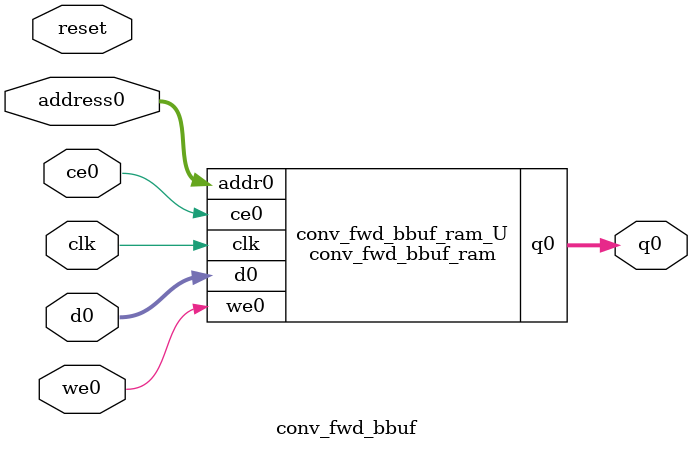
<source format=v>
`timescale 1 ns / 1 ps
module conv_fwd_bbuf_ram (addr0, ce0, d0, we0, q0,  clk);

parameter DWIDTH = 32;
parameter AWIDTH = 4;
parameter MEM_SIZE = 10;

input[AWIDTH-1:0] addr0;
input ce0;
input[DWIDTH-1:0] d0;
input we0;
output reg[DWIDTH-1:0] q0;
input clk;

reg [DWIDTH-1:0] ram[0:MEM_SIZE-1];




always @(posedge clk)  
begin 
    if (ce0) begin
        if (we0) 
            ram[addr0] <= d0; 
        q0 <= ram[addr0];
    end
end


endmodule

`timescale 1 ns / 1 ps
module conv_fwd_bbuf(
    reset,
    clk,
    address0,
    ce0,
    we0,
    d0,
    q0);

parameter DataWidth = 32'd32;
parameter AddressRange = 32'd10;
parameter AddressWidth = 32'd4;
input reset;
input clk;
input[AddressWidth - 1:0] address0;
input ce0;
input we0;
input[DataWidth - 1:0] d0;
output[DataWidth - 1:0] q0;



conv_fwd_bbuf_ram conv_fwd_bbuf_ram_U(
    .clk( clk ),
    .addr0( address0 ),
    .ce0( ce0 ),
    .we0( we0 ),
    .d0( d0 ),
    .q0( q0 ));

endmodule


</source>
